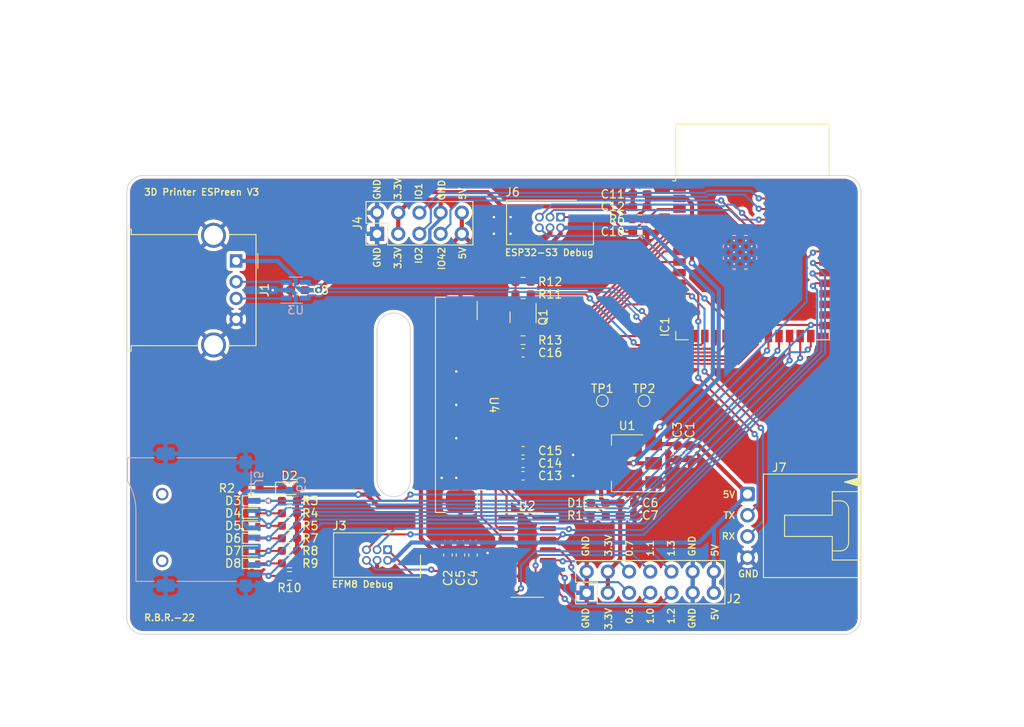
<source format=kicad_pcb>
(kicad_pcb (version 20211014) (generator pcbnew)
  (title_block (title "ESPreen main board") (rev "0") (company "R.B.R."))
  (layers (0 "F.Cu" signal "Front") (31 "B.Cu" signal "Back") (34 "B.Paste" user) (35 "F.Paste" user) (36 "B.SilkS" user "B.Silkscreen") (37 "F.SilkS" user "F.Silkscreen") (38 "B.Mask" user) (39 "F.Mask" user) (44 "Edge.Cuts" user))
  (net 0 "")
  (net 1 "+5V")
  (net 2 "GND")
  (net 3 "+3.3V")
  (net 4 "EN")
  (net 5 "Net-(D1-Pad1)")
  (net 6 "Net-(D2-Pad1)")
  (net 7 "SD_ON")
  (net 8 "SD_D2")
  (net 9 "SD_D3")
  (net 10 "SD_CMD")
  (net 11 "SD_CLK")
  (net 12 "SD_D0")
  (net 13 "SD_D1")
  (net 14 "TFT_D3")
  (net 15 "TFT_D4")
  (net 16 "TFT_D5")
  (net 17 "TFT_D6")
  (net 18 "TXD1")
  (net 19 "RXD1")
  (net 20 "TFT_D7")
  (net 21 "USB_D-")
  (net 22 "USB_D+")
  (net 23 "TFT_D2")
  (net 24 "TFT_RST")
  (net 25 "TFT_WR")
  (net 26 "TFT_RD")
  (net 27 "TFT_CS")
  (net 28 "TFT_BL")
  (net 29 "SD_CD")
  (net 30 "TFT_D{slash}C")
  (net 34 "TCH_TX")
  (net 35 "TCH_RX")
  (net 36 "IO42")
  (net 37 "RXD0")
  (net 38 "TXD0")
  (net 39 "TFT_D1")
  (net 40 "TFT_D0")
  (net 41 "Net-(J1-Pad2)")
  (net 42 "Net-(J1-Pad3)")
  (net 43 "DBG_C2D")
  (net 44 "DBG_C2CK")
  (net 45 "P0.6")
  (net 46 "P1.0")
  (net 47 "P1.2")
  (net 48 "P0.7")
  (net 49 "P1.1")
  (net 50 "P1.3")
  (net 51 "Net-(Q1-Pad1)")
  (net 52 "Net-(Q1-Pad3)")
  (net 53 "Net-(R13-Pad1)")
  (net 54 "TCH_XP")
  (net 55 "TCH_YP")
  (net 56 "TCH_XM")
  (net 57 "TCH_YM")
  (net 60 "IO2")
  (net 61 "IO1")
  (footprint "Connector_PinHeader_1.27mm+:PinHeader_2x03_P1.27mm_Vertical_Shrouded" (layer "F.Cu") (at 160 70 -90)
    (fp_text reference "J6")
    (fp_text value "Conn_02x03_Odd_Even")
  )
  (footprint "Capacitor_SMD:C_0603_1608Metric_Pad1.08x0.95mm_HandSolder" (layer "F.Cu") (at 169.5 67.25 180)
    (fp_text reference "C11")
    (fp_text value "10uF")
  )
  (footprint "Capacitor_SMD:C_0603_1608Metric_Pad1.08x0.95mm_HandSolder" (layer "F.Cu") (at 168 105.75)
    (fp_text reference "C7")
    (fp_text value "10uF")
  )
  (footprint "Resistor_SMD:R_0603_1608Metric_Pad0.98x0.95mm_HandSolder" (layer "F.Cu") (at 155.5 77.75)
    (fp_text reference "R12")
    (fp_text value "10k")
  )
  (footprint "Resistor_SMD:R_0603_1608Metric_Pad0.98x0.95mm_HandSolder" (layer "F.Cu") (at 123 102.5 180)
    (fp_text reference "R2")
    (fp_text value "1k")
  )
  (footprint "Capacitor_SMD:C_0603_1608Metric_Pad1.08x0.95mm_HandSolder" (layer "F.Cu") (at 155.5 86.25)
    (fp_text reference "C16")
    (fp_text value "10uF")
  )
  (footprint "Diode_SMD:D_SOD-523" (layer "F.Cu") (at 123 110)
    (fp_text reference "D7")
    (fp_text value "ESD9B3.3ST5G")
  )
  (footprint "Package_TO_SOT_SMD:SOT-223-3_TabPin2" (layer "F.Cu") (at 168 99.5 180)
    (fp_text reference "U1")
    (fp_text value "LD1117S33TR_SOT223")
  )
  (footprint "Resistor_SMD:R_0603_1608Metric_Pad0.98x0.95mm_HandSolder" (layer "F.Cu") (at 127.5 113 180)
    (fp_text reference "R10")
    (fp_text value "10k")
  )
  (footprint "Diode_SMD:D_SOD-523" (layer "F.Cu") (at 123 107)
    (fp_text reference "D5")
    (fp_text value "ESD9B3.3ST5G")
  )
  (footprint "Capacitor_SMD:C_0603_1608Metric_Pad1.08x0.95mm_HandSolder" (layer "F.Cu") (at 128.5 78.75 180)
    (fp_text reference "C8")
    (fp_text value "100nF")
  )
  (footprint "Capacitor_SMD:C_0603_1608Metric_Pad1.08x0.95mm_HandSolder" (layer "F.Cu") (at 155.5 99.5)
    (fp_text reference "C14")
    (fp_text value "1uF")
  )
  (footprint "RF_Module:ESP32-S3-WROOM-1" (layer "F.Cu") (at 183 71.75)
    (fp_text reference "IC1")
    (fp_text value "ESP32-S3-WROOM-1")
  )
  (footprint "Capacitor_SMD:C_0603_1608Metric_Pad1.08x0.95mm_HandSolder" (layer "F.Cu") (at 155.5 101)
    (fp_text reference "C13")
    (fp_text value "10uF")
  )
  (footprint "Capacitor_SMD:C_0603_1608Metric_Pad1.08x0.95mm_HandSolder" (layer "F.Cu") (at 175.5 98.25 -90)
    (fp_text reference "C1")
    (fp_text value "10uF")
  )
  (footprint "Diode_SMD:D_SOD-523" (layer "F.Cu") (at 123 108.5)
    (fp_text reference "D6")
    (fp_text value "ESD9B3.3ST5G")
  )
  (footprint "Capacitor_SMD:C_0603_1608Metric_Pad1.08x0.95mm_HandSolder" (layer "F.Cu") (at 155.5 98)
    (fp_text reference "C15")
    (fp_text value "100nF")
  )
  (footprint "Resistor_SMD:R_0603_1608Metric_Pad0.98x0.95mm_HandSolder" (layer "F.Cu") (at 127.5 107 180)
    (fp_text reference "R5")
    (fp_text value "10k")
  )
  (footprint "Capacitor_SMD:C_0603_1608Metric_Pad1.08x0.95mm_HandSolder" (layer "F.Cu") (at 169.5 68.75 180)
    (fp_text reference "C12")
    (fp_text value "1uF")
  )
  (footprint "Resistor_SMD:R_0603_1608Metric_Pad0.98x0.95mm_HandSolder" (layer "F.Cu") (at 155.5 84.75)
    (fp_text reference "R13")
    (fp_text value "0")
  )
  (footprint "Resistor_SMD:R_0603_1608Metric_Pad0.98x0.95mm_HandSolder" (layer "F.Cu") (at 169.5 70.25)
    (fp_text reference "R6")
    (fp_text value "10k")
  )
  (footprint "Capacitor_SMD:C_0603_1608Metric_Pad1.08x0.95mm_HandSolder" (layer "F.Cu") (at 174 98.25 -90)
    (fp_text reference "C3")
    (fp_text value "100nF")
  )
  (footprint "Connector_PinHeader_1.27mm+:PinHeader_2x03_P1.27mm_Vertical_Shrouded" (layer "F.Cu") (at 139.27 109.865 -90)
    (fp_text reference "J3")
    (fp_text value "Conn_02x03_Odd_Even")
  )
  (footprint "Package_TO_SOT_SMD:SOT-23" (layer "F.Cu") (at 155.5 82 -90)
    (fp_text reference "Q1")
    (fp_text value "2N7002")
  )
  (footprint "Resistor_SMD:R_0603_1608Metric_Pad0.98x0.95mm_HandSolder" (layer "F.Cu") (at 127.5 105.5 180)
    (fp_text reference "R4")
    (fp_text value "10k")
  )
  (footprint "TestPoint:TestPoint_Pad_D1.0mm" (layer "F.Cu") (at 165 92)
    (fp_text reference "TP1")
    (fp_text value "TestPoint")
  )
  (footprint "Diode_SMD:D_SOD-523" (layer "F.Cu") (at 123 104)
    (fp_text reference "D3")
    (fp_text value "ESD9B3.3ST5G")
  )
  (footprint "Resistor_SMD:R_0603_1608Metric_Pad0.98x0.95mm_HandSolder" (layer "F.Cu") (at 127.5 104 180)
    (fp_text reference "R3")
    (fp_text value "10k")
  )
  (footprint "Resistor_SMD:R_0603_1608Metric_Pad0.98x0.95mm_HandSolder" (layer "F.Cu") (at 127.5 108.5 180)
    (fp_text reference "R7")
    (fp_text value "10k")
  )
  (footprint "Connector_FFC-FPC+:Jushuo-AFC07-S40ECA-00_1x40-1MP_P0.50mm_Horizontal" (layer "F.Cu") (at 148 92.5 -90)
    (fp_text reference "U4")
    (fp_text value "TFT43-RTP")
  )
  (footprint "Package_SO:SOIC-16_3.9x9.9mm_P1.27mm" (layer "F.Cu") (at 156 110.5)
    (fp_text reference "U2")
    (fp_text value "EFM8BB10F8G-A-SOIC16")
  )
  (footprint "Resistor_SMD:R_0603_1608Metric_Pad0.98x0.95mm_HandSolder" (layer "F.Cu") (at 155.5 79.25 180)
    (fp_text reference "R11")
    (fp_text value "470")
  )
  (footprint "Connector_PinHeader_2.54mm:PinHeader_2x07_P2.54mm_Vertical" (layer "F.Cu") (at 163.125 115.025 90)
    (fp_text reference "J2")
    (fp_text value "Conn_02x07_Odd_Even")
  )
  (footprint "Capacitor_SMD:C_0603_1608Metric_Pad1.08x0.95mm_HandSolder" (layer "F.Cu") (at 169.5 71.75)
    (fp_text reference "C10")
    (fp_text value "100nF")
  )
  (footprint "Capacitor_SMD:C_0603_1608Metric_Pad1.08x0.95mm_HandSolder" (layer "F.Cu") (at 148 110.5 90)
    (fp_text reference "C5")
    (fp_text value "1uF")
  )
  (footprint "Resistor_SMD:R_0603_1608Metric_Pad0.98x0.95mm_HandSolder" (layer "F.Cu") (at 127.5 110 180)
    (fp_text reference "R8")
    (fp_text value "10k")
  )
  (footprint "Diode_SMD:D_SOD-523" (layer "F.Cu") (at 123 105.5)
    (fp_text reference "D4")
    (fp_text value "ESD9B3.3ST5G")
  )
  (footprint "Connector_Molex+:Molex_SL_70553-0004_1x04_P2.54mm_Horizontal" (layer "F.Cu") (at 182.4025 103.19 -90)
    (fp_text reference "J7")
    (fp_text value "Conn_01x04")
  )
  (footprint "Connector_PinHeader_2.54mm:PinHeader_2x05_P2.54mm_Vertical" (layer "F.Cu") (at 138 72 90)
    (fp_text reference "J4")
    (fp_text value "Conn_02x05_Odd_Even")
  )
  (footprint "LED_SMD:LED_0603_1608Metric_Pad1.05x0.95mm_HandSolder" (layer "F.Cu") (at 127.5 102.5)
    (fp_text reference "D2")
    (fp_text value "LED")
  )
  (footprint "Capacitor_SMD:C_0603_1608Metric_Pad1.08x0.95mm_HandSolder" (layer "F.Cu") (at 146.5 110.5 90)
    (fp_text reference "C2")
    (fp_text value "4.7uF")
  )
  (footprint "Connector_USB:USB_A_Molex_67643_Horizontal" (layer "F.Cu") (at 121.11 75.25 -90)
    (fp_text reference "J1")
    (fp_text value "USB_A")
  )
  (footprint "Capacitor_SMD:C_0603_1608Metric_Pad1.08x0.95mm_HandSolder" (layer "F.Cu") (at 168 104.25)
    (fp_text reference "C6")
    (fp_text value "100nF")
  )
  (footprint "TestPoint:TestPoint_Pad_D1.0mm" (layer "F.Cu") (at 170 92)
    (fp_text reference "TP2")
    (fp_text value "TestPoint")
  )
  (footprint "Capacitor_SMD:C_0603_1608Metric_Pad1.08x0.95mm_HandSolder" (layer "F.Cu") (at 149.5 110.5 90)
    (fp_text reference "C4")
    (fp_text value "100nF")
  )
  (footprint "Resistor_SMD:R_0603_1608Metric_Pad0.98x0.95mm_HandSolder" (layer "F.Cu") (at 164.5 105.75 180)
    (fp_text reference "R1")
    (fp_text value "1k")
  )
  (footprint "LED_SMD:LED_0603_1608Metric_Pad1.05x0.95mm_HandSolder" (layer "F.Cu") (at 164.5 104.25)
    (fp_text reference "D1")
    (fp_text value "LED")
  )
  (footprint "Resistor_SMD:R_0603_1608Metric_Pad0.98x0.95mm_HandSolder" (layer "F.Cu") (at 127.5 111.5 180)
    (fp_text reference "R9")
    (fp_text value "10k")
  )
  (footprint "Diode_SMD:D_SOD-523" (layer "F.Cu") (at 123 111.5)
    (fp_text reference "D8")
    (fp_text value "ESD9B3.3ST5G")
  )
  (footprint "Capacitor_SMD:C_0603_1608Metric_Pad1.08x0.95mm_HandSolder" (layer "B.Cu") (at 127.5 102 90)
    (fp_text reference "C9")
    (fp_text value "10uF")
  )
  (footprint "Connector_Card+:microSD_XunPu-F115" (layer "B.Cu") (at 115.5 106.25 90)
    (fp_text reference "J5")
    (fp_text value "Micro_SD_Card_Det")
  )
  (footprint "Package_TO_SOT_SMD:SOT-23-6" (layer "B.Cu") (at 128.25 78.75)
    (fp_text reference "U3")
    (fp_text value "USBLC6-2SC6")
  )
  (gr_arc (start 108 67) (mid 108.585786 65.585786) (end 110 65) (layer "Edge.Cuts") (width 0.1))
  (gr_line (start 138 101.5) (end 138 83.5) (layer "Edge.Cuts") (width 0.1))
  (gr_line (start 142 83.5) (end 142 101.5) (layer "Edge.Cuts") (width 0.1))
  (gr_line (start 196 67) (end 196 118) (layer "Edge.Cuts") (width 0.1))
  (gr_arc (start 138 83.5) (mid 140 81.5) (end 142 83.5) (layer "Edge.Cuts") (width 0.1))
  (gr_line (start 194 120) (end 110 120) (layer "Edge.Cuts") (width 0.1))
  (gr_arc (start 110 120) (mid 108.585786 119.414214) (end 108 118) (layer "Edge.Cuts") (width 0.1))
  (gr_line (start 110 65) (end 194 65) (layer "Edge.Cuts") (width 0.1))
  (gr_line (start 108 118) (end 108 67) (layer "Edge.Cuts") (width 0.1))
  (gr_arc (start 142 101.5) (mid 140 103.5) (end 138 101.5) (layer "Edge.Cuts") (width 0.1))
  (gr_arc (start 196 118) (mid 195.414214 119.414214) (end 194 120) (layer "Edge.Cuts") (width 0.1))
  (gr_arc (start 194 65) (mid 195.414214 65.585786) (end 196 67) (layer "Edge.Cuts") (width 0.1))
  (gr_text "3.3V" (at 140.5 68 90) (layer "F.SilkS") (effects (font (size 0.8 0.8)) (justify left)))
  (gr_text "0.6" (at 168.25 116.75 90) (layer "F.SilkS") (effects (font (size 0.8 0.8)) (justify right)))
  (gr_text "R.B.R.-22" (at 110 118) (layer "F.SilkS") (effects (font (size 0.8 0.8)) (justify left)))
  (gr_text "3.3V" (at 140.5 73.5 90) (layer "F.SilkS") (effects (font (size 0.8 0.8)) (justify right)))
  (gr_text "GND" (at 182.5 112.75) (layer "F.SilkS") (effects (font (size 0.8 0.8))))
  (gr_text "IO2" (at 143 73.5 90) (layer "F.SilkS") (effects (font (size 0.8 0.8)) (justify right)))
  (gr_text "0.7" (at 168.25 110.75 90) (layer "F.SilkS") (effects (font (size 0.8 0.8)) (justify left)))
  (gr_text "GND" (at 163 110.75 90) (layer "F.SilkS") (effects (font (size 0.8 0.8)) (justify left)))
  (gr_text "5V" (at 178.5 116.75 90) (layer "F.SilkS") (effects (font (size 0.8 0.8)) (justify right)))
  (gr_text "1.0" (at 170.75 116.75 90) (layer "F.SilkS") (effects (font (size 0.8 0.8)) (justify right)))
  (gr_text "1.1" (at 170.75 110.75 90) (layer "F.SilkS") (effects (font (size 0.8 0.8)) (justify left)))
  (gr_text "GND" (at 163 116.75 90) (layer "F.SilkS") (effects (font (size 0.8 0.8)) (justify right)))
  (gr_text "5V" (at 181 103.25) (layer "F.SilkS") (effects (font (size 0.8 0.8)) (justify right)))
  (gr_text "IO1" (at 143 68 90) (layer "F.SilkS") (effects (font (size 0.8 0.8)) (justify left)))
  (gr_text "3.3V" (at 165.75 110.75 90) (layer "F.SilkS") (effects (font (size 0.8 0.8)) (justify left)))
  (gr_text "3.3V" (at 165.75 116.75 90) (layer "F.SilkS") (effects (font (size 0.8 0.8)) (justify right)))
  (gr_text "GND" (at 138 73.5 90) (layer "F.SilkS") (effects (font (size 0.8 0.8)) (justify right)))
  (gr_text "RX" (at 181 108.25) (layer "F.SilkS") (effects (font (size 0.8 0.8)) (justify right)))
  (gr_text "5V" (at 148.25 68 90) (layer "F.SilkS") (effects (font (size 0.8 0.8)) (justify left)))
  (gr_text "1.2" (at 173.25 116.75 90) (layer "F.SilkS") (effects (font (size 0.8 0.8)) (justify right)))
  (gr_text "GND" (at 175.75 116.75 90) (layer "F.SilkS") (effects (font (size 0.8 0.8)) (justify right)))
  (gr_text "ESP32-S3 Debug" (at 153.25 74.25) (layer "F.SilkS") (effects (font (size 0.8 0.8)) (justify left)))
  (gr_text "EFM8 Debug" (at 132.5 114) (layer "F.SilkS") (effects (font (size 0.8 0.8)) (justify left)))
  (gr_text "GND" (at 145.75 66.75 90) (layer "F.SilkS") (effects (font (size 0.8 0.8))))
  (gr_text "GND" (at 175.75 110.75 90) (layer "F.SilkS") (effects (font (size 0.8 0.8)) (justify left)))
  (gr_text "GND" (at 138 68 90) (layer "F.SilkS") (effects (font (size 0.8 0.8)) (justify left)))
  (gr_text "5V" (at 148.25 73.5 90) (layer "F.SilkS") (effects (font (size 0.8 0.8)) (justify right)))
  (gr_text "5V" (at 178.5 110.75 90) (layer "F.SilkS") (effects (font (size 0.8 0.8)) (justify left)))
  (gr_text "TX" (at 181 105.75) (layer "F.SilkS") (effects (font (size 0.8 0.8)) (justify right)))
  (gr_text "1.3" (at 173.25 110.75 90) (layer "F.SilkS") (effects (font (size 0.8 0.8)) (justify left)))
  (gr_text "3D Printer ESPreen V3" (at 110 67) (layer "F.SilkS") (effects (font (size 0.8 0.8)) (justify left)))
  (gr_text "IO42" (at 145.75 73.5 90) (layer "F.SilkS") (effects (font (size 0.8 0.8)) (justify right)))
  (segment (start 173.8125 97.2) (end 174 97.3875) (width 0.5) (layer "F.Cu") (net 1))
  (segment (start 174 97.3875) (end 175.5 97.3875) (width 0.5) (layer "F.Cu") (net 1))
  (segment (start 176.6 97.3875) (end 182.4025 103.19) (width 0.5) (layer "F.Cu") (net 1))
  (segment (start 131 78.75) (end 135.5 74.25) (width 0.5) (layer "F.Cu") (net 1))
  (segment (start 178.365 112.485) (end 178.365 115.025) (width 0.5) (layer "F.Cu") (net 1))
  (segment (start 171.15 95.898624) (end 171.899312 95.149312) (width 0.5) (layer "F.Cu") (net 1))
  (segment (start 135.5 74.25) (end 145.91 74.25) (width 0.5) (layer "F.Cu") (net 1))
  (segment (start 145.91 74.25) (end 148.16 72) (width 0.5) (layer "F.Cu") (net 1))
  (segment (start 160 71.27) (end 160 72) (width 0.5) (layer "F.Cu") (net 1))
  (segment (start 148.16 69.46) (end 148.16 72) (width 0.5) (layer "F.Cu") (net 1))
  (segment (start 160 72) (end 158.5 73.5) (width 0.5) (layer "F.Cu") (net 1))
  (segment (start 129.3625 78.75) (end 131 78.75) (width 0.5) (layer "F.Cu") (net 1))
  (segment (start 171.15 97.2) (end 171.15 95.898624) (width 0.5) (layer "F.Cu") (net 1))
  (segment (start 158.5 73.5) (end 149.66 73.5) (width 0.5) (layer "F.Cu") (net 1))
  (segment (start 149.66 73.5) (end 148.16 72) (width 0.5) (layer "F.Cu") (net 1))
  (segment (start 171.15 97.2) (end 173.8125 97.2) (width 0.5) (layer "F.Cu") (net 1))
  (segment (start 175.5 97.3875) (end 176.6 97.3875) (width 0.5) (layer "F.Cu") (net 1))
  (via (at 131 78.75) (size 0.8) (drill 0.4) (layers "F.Cu" "B.Cu") (net 1))
  (via (at 171.899312 95.149312) (size 0.8) (drill 0.4) (layers "F.Cu" "B.Cu") (net 1))
  (segment (start 160 71.27) (end 170.27 71.27) (width 0.5) (layer "B.Cu") (net 1))
  (segment (start 128.25 78.173528) (end 128.25 77.426472) (width 0.5) (layer "B.Cu") (net 1))
  (segment (start 139.977106 111.135) (end 139.27 111.135) (width 0.5) (layer "B.Cu") (net 1))
  (segment (start 128.826472 78.75) (end 128.25 78.173528) (width 0.5) (layer "B.Cu") (net 1))
  (segment (start 142.112106 109) (end 139.977106 111.135) (width 0.5) (layer "B.Cu") (net 1))
  (segment (start 129.3875 78.75) (end 128.826472 78.75) (width 0.5) (layer "B.Cu") (net 1))
  (segment (start 178.365 107.2275) (end 176.5925 109) (width 0.5) (layer "B.Cu") (net 1))
  (segment (start 178.365 107.2275) (end 178.365 115.025) (width 0.5) (layer "B.Cu") (net 1))
  (segment (start 182.4025 103.19) (end 178.365 107.2275) (width 0.5) (layer "B.Cu") (net 1))
  (segment (start 176.5925 109) (end 142.112106 109) (width 0.5) (layer "B.Cu") (net 1))
  (segment (start 129.3875 78.75) (end 131 78.75) (width 0.5) (layer "B.Cu") (net 1))
  (segment (start 178.25 88.798624) (end 171.899312 95.149312) (width 0.5) (layer "B.Cu") (net 1))
  (segment (start 128.161764 77.338236) (end 126.073528 75.25) (width 0.5) (layer "B.Cu") (net 1))
  (segment (start 128.25 77.426472) (end 128.161764 77.338236) (width 0.5) (layer "B.Cu") (net 1))
  (segment (start 178.25 79.25) (end 178.25 88.798624) (width 0.5) (layer "B.Cu") (net 1))
  (segment (start 126.073528 75.25) (end 121.11 75.25) (width 0.5) (layer "B.Cu") (net 1))
  (segment (start 170.27 71.27) (end 178.25 79.25) (width 0.5) (layer "B.Cu") (net 1))
  (segment (start 150.5 82.75) (end 149 82.75) (width 0.3) (layer "F.Cu") (net 2))
  (segment (start 158.73 71.977106) (end 158.207106 72.5) (width 0.6) (layer "F.Cu") (net 2))
  (segment (start 158.207106 72.5) (end 154.5 72.5) (width 0.6) (layer "F.Cu") (net 2))
  (segment (start 154.5 72.5) (end 154 72) (width 0.6) (layer "F.Cu") (net 2))
  (segment (start 155.034251 81.0625) (end 156.471751 82.5) (width 0.25) (layer "F.Cu") (net 2))
  (segment (start 150.5 86.75) (end 149.5 86.75) (width 0.3) (layer "F.Cu") (net 2))
  (segment (start 151.25 84.25) (end 150.5 84.25) (width 0.3) (layer "F.Cu") (net 2))
  (segment (start 150.5 94.75) (end 149.5 94.75) (width 0.3) (layer "F.Cu") (net 2))
  (segment (start 138 111.135) (end 138 112.25) (width 0.5) (layer "F.Cu") (net 2))
  (segment (start 154.1125 88.5) (end 156.3625 86.25) (width 0.3) (layer "F.Cu") (net 2))
  (segment (start 150.5 96.25) (end 149.5 96.25) (width 0.3) (layer "F.Cu") (net 2))
  (segment (start 150.5 88.5) (end 150.5 90.25) (width 0.3) (layer "F.Cu") (net 2))
  (segment (start 150.5 88.5) (end 154.1125 88.5) (width 0.3) (layer "F.Cu") (net 2))
  (segment (start 150.5 90.25) (end 151.5 90.25) (width 0.3) (layer "F.Cu") (net 2))
  (segment (start 154.55 81.0625) (end 155.034251 81.0625) (width 0.25) (layer "F.Cu") (net 2))
  (segment (start 150.5 90.25) (end 149.5 90.25) (width 0.3) (layer "F.Cu") (net 2))
  (segment (start 150.5 100.25) (end 152 100.25) (width 0.3) (layer "F.Cu") (net 2))
  (segment (start 150.5 86.75) (end 150.5 88.5) (width 0.3) (layer "F.Cu") (net 2))
  (segment (start 150.5 82.75) (end 151.75 82.75) (width 0.3) (layer "F.Cu") (net 2))
  (segment (start 151.5 86.75) (end 151.75 87) (width 0.3) (layer "F.Cu") (net 2))
  (segment (start 152 100.25) (end 152.25 100.5) (width 0.3) (layer "F.Cu") (net 2))
  (segment (start 158.73 71.27) (end 158.73 71.977106) (width 0.6) (layer "F.Cu") (net 2))
  (segment (start 149.5 86.75) (end 149.25 87) (width 0.3) (layer "F.Cu") (net 2))
  (segment (start 150.5 86.75) (end 151.5 86.75) (width 0.3) (layer "F.Cu") (net 2))
  (segment (start 150.5 100.25) (end 149.5 100.25) (width 0.3) (layer "F.Cu") (net 2))
  (segment (start 151.5 90.25) (end 151.625 90.125) (width 0.3) (layer "F.Cu") (net 2))
  (segment (start 149 82.75) (end 148.75 83) (width 0.3) (layer "F.Cu") (net 2))
  (segment (start 151.75 83.75) (end 151.25 84.25) (width 0.3) (layer "F.Cu") (net 2))
  (via (at 151.25 110.25) (size 0.75) (drill 0.3) (layers "F.Cu" "B.Cu") (net 2))
  (via (at 147.5 101.25) (size 0.75) (drill 0.3) (layers "F.Cu" "B.Cu") (net 2))
  (via (at 147.5 88.5) (size 0.75) (drill 0.3) (layers "F.Cu" "B.Cu") (net 2))
  (via (at 154 72) (size 0.75) (drill 0.3) (layers "F.Cu" "B.Cu") (net 2))
  (via (at 145.75 101.25) (size 0.75) (drill 0.3) (layers "F.Cu" "B.Cu") (net 2))
  (via (at 161.5 101) (size 0.75) (drill 0.3) (layers "F.Cu" "B.Cu") (net 2))
  (via (at 147.5 92.5) (size 0.75) (drill 0.3) (layers "F.Cu" "B.Cu") (net 2))
  (via (at 154 70) (size 0.75) (drill 0.3) (layers "F.Cu" "B.Cu") (net 2))
  (via (at 147.5 96.5) (size 0.75) (drill 0.3) (layers "F.Cu" "B.Cu") (net 2))
  (via (at 152 70) (size 0.75) (drill 0.3) (layers "F.Cu" "B.Cu") (net 2))
  (via (at 152 72) (size 0.75) (drill 0.3) (layers "F.Cu" "B.Cu") (net 2))
  (via (at 161.5 98.5) (size 0.75) (drill 0.3) (layers "F.Cu" "B.Cu") (net 2))
  (via (at 125.5 78.75) (size 0.75) (drill 0.3) (layers "F.Cu" "B.Cu") (net 2))
  (segment (start 145.62 70.202462) (end 144.33 71.492462) (width 0.4) (layer "B.Cu") (net 2))
  (segment (start 145.62 69.46) (end 145.62 70.202462) (width 0.4) (layer "B.Cu") (net 2))
  (segment (start 127.1125 78.75) (end 127.75 78.75) (width 0.5) (layer "B.Cu") (net 2))
  (segment (start 144.33 71.492462) (end 144.33 73.17) (width 0.4) (layer "B.Cu") (net 2))
  (segment (start 128.25 79.25) (end 128.25 80.5) (width 0.5) (layer "B.Cu") (net 2))
  (segment (start 127.75 78.75) (end 128.25 79.25) (width 0.5) (layer "B.Cu") (net 2))
  (segment (start 170.3625 68.75) (end 170.3625 67.25) (width 0.5) (layer "F.Cu") (net 3))
  (segment (start 146.875 86.125) (end 149.5 83.5) (width 0.5) (layer "F.Cu") (net 3))
  (segment (start 128.4125 104) (end 128.4125 113) (width 0.5) (layer "F.Cu") (net 3))
  (segment (start 167.1375 105.75) (end 167.1375 111.0125) (width 0.5) (layer "F.Cu") (net 3))
  (segment (start 175.08 67.76) (end 174.25 67.76) (width 0.5) (layer "F.Cu") (net 3))
  (segment (start 154.6375 101) (end 154.6375 98) (width 0.5) (layer "F.Cu") (net 3))
  (segment (start 170.3625 68.75) (end 170.3625 68.27) (width 0.5) (layer "F.Cu") (net 3))
  (segment (start 150.5 86.25) (end 147 86.25) (width 0.3) (layer "F.Cu") (net 3))
  (segment (start 164.85 92.15) (end 165 92) (width 0.5) (layer "F.Cu") (net 3))
  (segment (start 165.375 104.25) (end 167.1375 104.25) (width 0.5) (layer "F.Cu") (net 3))
  (segment (start 151.25 67) (end 152.95625 68.70625) (width 0.5) (layer "F.Cu") (net 3))
  (segment (start 167.25 70.25) (end 168.5875 70.25) (width 0.5) (layer "F.Cu") (net 3))
  (segment (start 154.6375 98) (end 155.5625 97.075) (width 0.5) (layer "F.Cu") (net 3))
  (segment (start 171.15 99.5) (end 164.85 99.5) (width 0.5) (layer "F.Cu") (net 3))
  (segment (start 149.5 111.3625) (end 152.1375 111.3625) (width 0.5) (layer "F.Cu") (net 3))
  (segment (start 143.25 104.5) (end 143.175 104.575) (width 0.5) (layer "F.Cu") (net 3))
  (segment (start 140.54 69.46) (end 143 67) (width 0.5) (layer "F.Cu") (net 3))
  (segment (start 146.1125 111.3625) (end 146.5 111.3625) (width 0.5) (layer "F.Cu") (net 3))
  (segment (start 146.5 111.3625) (end 149.5 111.3625) (width 0.5) (layer "F.Cu") (net 3))
  (segment (start 150.75 99.5) (end 150.5 99.5) (width 0.5) (layer "F.Cu") (net 3))
  (segment (start 164.85 99.5) (end 164.85 92.15) (width 0.5) (layer "F.Cu") (net 3))
  (segment (start 150.5 99.25) (end 150.5 99.5) (width 0.3) (layer "F.Cu") (net 3))
  (segment (start 144.75 99.5) (end 143.25 101) (width 0.5) (layer "F.Cu") (net 3))
  (segment (start 138.075 104.575) (end 136.75 103.25) (width 0.5) (layer "F.Cu") (net 3))
  (segment (start 152.1375 111.3625) (end 152.365 111.135) (width 0.5) (layer "F.Cu") (net 3))
  (segment (start 150.75 99.5) (end 144.75 99.5) (width 0.5) (layer "F.Cu") (net 3))
  (segment (start 164.85 99.5) (end 164.85 103.725) (width 0.5) (layer "F.Cu") (net 3))
  (segment (start 129.1625 103.25) (end 128.4125 104) (width 0.5) (layer "F.Cu") (net 3))
  (segment (start 165.665 112.485) (end 165.665 115.025) (width 0.5) (layer "F.Cu") (net 3))
  (segment (start 140.54 69.46) (end 140.54 72) (width 0.5) (layer "F.Cu") (net 3))
  (segment (start 149.5 83.5) (end 150.5 83.5) (width 0.5) (layer "F.Cu") (net 3))
  (segment (start 144.75 99.5) (end 144.75 88.25) (width 0.5) (layer "F.Cu") (net 3))
  (segment (start 143.25 101) (end 143.25 104.5) (width 0.5) (layer "F.Cu") (net 3))
  (segment (start 150.5 86.25) (end 154.6375 86.25) (width 0.3) (layer "F.Cu") (net 3))
  (segment (start 167.1375 111.0125) (end 165.665 112.485) (width 0.5) (layer "F.Cu") (net 3))
  (segment (start 168.8625 70.25) (end 168.5875 70.25) (width 0.5) (layer "F.Cu") (net 3))
  (segment (start 170.3625 68.75) (end 168.8625 70.25) (width 0.5) (layer "F.Cu") (net 3))
  (segment (start 165.70625 68.70625) (end 167.25 70.25) (width 0.5) (layer "F.Cu") (net 3))
  (segment (start 143.175 104.575) (end 138.075 104.575) (width 0.5) (layer "F.Cu") (net 3))
  (segment (start 143.25 108.5) (end 146.1125 111.3625) (width 0.5) (layer "F.Cu") (net 3))
  (segment (start 147 86.25) (end 146.875 86.125) (width 0.3) (layer "F.Cu") (net 3))
  (segment (start 155.5625 97.075) (end 162.425 97.075) (width 0.5) (layer "F.Cu") (net 3))
  (segment (start 167.1375 104.25) (end 167.1375 105.75) (width 0.5) (layer "F.Cu") (net 3))
  (segment (start 144.75 88.25) (end 146.875 86.125) (width 0.5) (layer "F.Cu") (net 3))
  (segment (start 143 67) (end 151.25 67) (width 0.5) (layer "F.Cu") (net 3))
  (segment (start 175.75 68.43) (end 175.08 67.76) (width 0.5) (layer "F.Cu") (net 3))
  (segment (start 150.5 99.75) (end 150.5 99.5) (width 0.3) (layer "F.Cu") (net 3))
  (segment (start 136.75 103.25) (end 135.75 103.25) (width 0.5) (layer "F.Cu") (net 3))
  (segment (start 170.8725 67.76) (end 170.3625 67.25) (width 0.5) (layer "F.Cu") (net 3))
  (segment (start 162.425 97.075) (end 164.85 99.5) (width 0.5) (layer "F.Cu") (net 3))
  (segment (start 154.6375 99.5) (end 150.75 99.5) (width 0.5) (layer "F.Cu") (net 3))
  (segment (start 152.95625 68.70625) (end 165.70625 68.70625) (width 0.5) (layer "F.Cu") (net 3))
  (segment (start 152.365 111.135) (end 153.525 111.135) (width 0.5) (layer "F.Cu") (net 3))
  (segment (start 135.75 103.25) (end 129.1625 103.25) (width 0.5) (layer "F.Cu") (net 3))
  (segment (start 174.25 67.76) (end 170.8725 67.76) (width 0.5) (layer "F.Cu") (net 3))
  (segment (start 143.25 104.5) (end 143.25 108.5) (width 0.5) (layer "F.Cu") (net 3))
  (segment (start 175.75 75.5) (end 175.75 68.43) (width 0.5) (layer "F.Cu") (net 3))
  (segment (start 170.3625 68.27) (end 170.8725 67.76) (width 0.5) (layer "F.Cu") (net 3))
  (segment (start 164.85 103.725) (end 165.375 104.25) (width 0.5) (layer "F.Cu") (net 3))
  (via (at 168.75 99.5) (size 0.8) (drill 0.4) (layers "F.Cu" "B.Cu") (net 3))
  (via (at 135.75 103.25) (size 0.8) (drill 0.4) (layers "F.Cu" "B.Cu") (net 3))
  (via (at 175.75 75.5) (size 0.8) (drill 0.4) (layers "F.Cu" "B.Cu") (net 3))
  (segment (start 178.949501 89.300499) (end 168.75 99.5) (width 0.5) (layer "B.Cu") (net 3))
  (segment (start 127.8875 103.25) (end 135.75 103.25) (width 0.5) (layer "B.Cu") (net 3))
  (segment (start 122.55 107.3) (end 121.75 106.5) (width 0.5) (layer "B.Cu") (net 3))
  (segment (start 178.949501 78.699501) (end 178.949501 89.300499) (width 0.5) (layer "B.Cu") (net 3))
  (segment (start 121.75 106.5) (end 121.75 103.5) (width 0.5) (layer "B.Cu") (net 3))
  (segment (start 127.5 102.8625) (end 127.8875 103.25) (width 0.5) (layer "B.Cu") (net 3))
  (segment (start 121.75 103.5) (end 122.3875 102.8625) (width 0.5) (layer "B.Cu") (net 3))
  (segment (start 122.3875 102.8625) (end 127.5 102.8625) (width 0.5) (layer "B.Cu") (net 3))
  (segment (start 175.75 75.5) (end 178.949501 78.699501) (width 0.5) (layer "B.Cu") (net 3))
  (segment (start 123.25 107.3) (end 122.55 107.3) (width 0.5) (layer "B.Cu") (net 3))
  (segment (start 170.4125 70.25) (end 170.1375 70.25) (width 0.25) (layer "F.Cu") (net 4))
  (segment (start 166 70) (end 160 70) (width 0.25) (layer "F.Cu") (net 4))
  (segment (start 168.6375 71.75) (end 167.75 71.75) (width 0.25) (layer "F.Cu") (net 4))
  (segment (start 170.1375 70.25) (end 168.6375 71.75) (width 0.25) (layer "F.Cu") (net 4))
  (segment (start 174.25 69.03) (end 171.6325 69.03) (width 0.25) (layer "F.Cu") (net 4))
  (segment (start 170.4125 70.25) (end 171.6325 69.03) (width 0.25) (layer "F.Cu") (net 4))
  (segment (start 167.75 71.75) (end 166 70) (width 0.25) (layer "F.Cu") (net 4))
  (segment (start 163.625 104.25) (end 163.9125 104.25) (width 0.25) (layer "F.Cu") (net 5))
  (segment (start 163.9125 104.25) (end 165.4125 105.75) (width 0.25) (layer "F.Cu") (net 5))
  (segment (start 126.625 102.5) (end 123.9125 102.5) (width 0.25) (layer "F.Cu") (net 6))
  (segment (start 142 103.25) (end 141.25 104) (width 0.25) (layer "F.Cu") (net 7))
  (segment (start 138.5 104) (end 137 102.5) (width 0.25) (layer "F.Cu") (net 7))
  (segment (start 137 102.5) (end 128.375 102.5) (width 0.25) (layer "F.Cu") (net 7))
  (segment (start 141.25 104) (end 138.5 104) (width 0.25) (layer "F.Cu") (net 7))
  (segment (start 190.39 74.11) (end 191.75 74.11) (width 0.25) (layer "F.Cu") (net 7))
  (segment (start 190.25 74.25) (end 190.39 74.11) (width 0.25) (layer "F.Cu") (net 7))
  (via (at 142 103.25) (size 0.75) (drill 0.3) (layers "F.Cu" "B.Cu") (net 7))
  (via (at 190.25 74.25) (size 0.75) (drill 0.3) (layers "F.Cu" "B.Cu") (net 7))
  (segment (start 166.375 103.25) (end 189.5 80.125) (width 0.25) (layer "B.Cu") (net 7))
  (segment (start 189.5 75) (end 190.25 74.25) (width 0.25) (layer "B.Cu") (net 7))
  (segment (start 142 103.25) (end 166.375 103.25) (width 0.25) (layer "B.Cu") (net 7))
  (segment (start 189.5 80.125) (end 189.5 75) (width 0.25) (layer "B.Cu") (net 7))
  (segment (start 184.905 84.25) (end 184.905 85.845) (width 0.25) (layer "F.Cu") (net 8))
  (segment (start 126.5875 104) (end 125 104) (width 0.25) (layer "F.Cu") (net 8))
  (segment (start 184.905 85.845) (end 184.75 86) (width 0.25) (layer "F.Cu") (net 8))
  (segment (start 123.7 104) (end 125 104) (width 0.25) (layer "F.Cu") (net 8))
  (via (at 184.75 86) (size 0.75) (drill 0.3) (layers "F.Cu" "B.Cu") (net 8))
  (via (at 125 104) (size 0.75) (drill 0.3) (layers "F.Cu" "B.Cu") (net 8))
  (segment (start 131 104) (end 166.75 104) (width 0.25) (layer "B.Cu") (net 8))
  (segment (start 123.25 104) (end 131 104) (width 0.25) (layer "B.Cu") (net 8))
  (segment (start 166.75 104) (end 184.75 86) (width 0.25) (layer "B.Cu") (net 8))
  (segment (start 123.7 105.5) (end 125 105.5) (width 0.25) (layer "F.Cu") (net 9))
  (segment (start 125 105.5) (end 126.5875 105.5) (width 0.25) (layer "F.Cu") (net 9))
  (segment (start 186.175 85.825) (end 186 86) (width 0.25) (layer "F.Cu") (net 9))
  (segment (start 186.175 84.25) (end 186.175 85.825) (width 0.25) (layer "F.Cu") (net 9))
  (via (at 186 86) (size 0.75) (drill 0.3) (layers "F.Cu" "B.Cu") (net 9))
  (via (at 125 105.5) (size 0.75) (drill 0.3) (layers "F.Cu" "B.Cu") (net 9))
  (segment (start 123.25 105.1) (end 124.6 105.1) (width 0.25) (layer "B.Cu") (net 9))
  (segment (start 167.55 104.45) (end 186 86) (width 0.25) (layer "B.Cu") (net 9))
  (segment (start 125 105.5) (end 126.05 104.45) (width 0.25) (layer "B.Cu") (net 9))
  (segment (start 124.6 105.1) (end 125 105.5) (width 0.25) (layer "B.Cu") (net 9))
  (segment (start 126.05 104.45) (end 167.55 104.45) (width 0.25) (layer "B.Cu") (net 9))
  (segment (start 190.0005 82.925498) (end 180.425498 82.925498) (width 0.25) (layer "F.Cu") (net 10))
  (segment (start 191.675498 82.925498) (end 191.75 83) (width 0.25) (layer "F.Cu") (net 10))
  (segment (start 125 107) (end 126.5875 107) (width 0.25) (layer "F.Cu") (net 10))
  (segment (start 180.425498 82.925498) (end 177.25 79.75) (width 0.25) (layer "F.Cu") (net 10))
  (segment (start 123.7 107) (end 125 107) (width 0.25) (layer "F.Cu") (net 10))
  (segment (start 190.0005 82.925498) (end 191.675498 82.925498) (width 0.25) (layer "F.Cu") (net 10))
  (via (at 190.0005 82.925498) (size 0.75) (drill 0.3) (layers "F.Cu" "B.Cu") (net 10))
  (via (at 125 107) (size 0.75) (drill 0.3) (layers "F.Cu" "B.Cu") (net 10))
  (via (at 177.25 79.75) (size 0.75) (drill 0.3) (layers "F.Cu" "B.Cu") (net 10))
  (segment (start 123.25 106.2) (end 124.2 106.2) (width 0.25) (layer "B.Cu") (net 10))
  (segment (start 124.2 106.2) (end 125 107) (width 0.25) (layer "B.Cu") (net 10))
  (segment (start 125 107) (end 127.1 104.9) (width 0.25) (layer "B.Cu") (net 10))
  (segment (start 177.25 79.75) (end 169.75 72.25) (width 0.25) (layer "B.Cu") (net 10))
  (segment (start 158.44 72.25) (end 157.46 71.27) (width 0.25) (layer "B.Cu") (net 10))
  (segment (start 127.1 104.9) (end 168.08995 104.9) (width 0.25) (layer "B.Cu") (net 10))
  (segment (start 169.75 72.25) (end 158.44 72.25) (width 0.25) (layer "B.Cu") (net 10))
  (segment (start 168.08995 104.9) (end 190.0005 82.98945) (width 0.25) (layer "B.Cu") (net 10))
  (segment (start 190.0005 82.98945) (end 190.0005 82.925498) (width 0.25) (layer "B.Cu") (net 10))
  (segment (start 189.625 85.875) (end 189.985 85.515) (width 0.25) (layer "F.Cu") (net 11))
  (segment (start 123.7 108.5) (end 125 108.5) (width 0.25) (layer "F.Cu") (net 11))
  (segment (start 125 108.5) (end 126.5875 108.5) (width 0.25) (layer "F.Cu") (net 11))
  (segment (start 189.985 85.515) (end 189.985 84.25) (width 0.25) (layer "F.Cu") (net 11))
  (via (at 189.625 85.875) (size 0.75) (drill 0.3) (layers "F.Cu" "B.Cu") (net 11))
  (via (at 125 108.5) (size 0.75) (drill 0.3) (layers "F.Cu" "B.Cu") (net 11))
  (segment (start 125 108.5) (end 128.15 105.35) (width 0.25) (layer "B.Cu") (net 11))
  (segment (start 128.15 105.35) (end 168.276346 105.35) (width 0.25) (layer "B.Cu") (net 11))
  (segment (start 123.25 108.4) (end 124.9 108.4) (width 0.25) (layer "B.Cu") (net 11))
  (segment (start 187.435806 86.19054) (end 189.30946 86.19054) (width 0.25) (layer "B.Cu") (net 11))
  (segment (start 124.9 108.4) (end 125 108.5) (width 0.25) (layer "B.Cu") (net 11))
  (segment (start 168.276346 105.35) (end 187.435806 86.19054) (width 0.25) (layer "B.Cu") (net 11))
  (segment (start 189.30946 86.19054) (end 189.625 85.875) (width 0.25) (layer "B.Cu") (net 11))
  (segment (start 123.7 110) (end 125 110) (width 0.25) (layer "F.Cu") (net 12))
  (segment (start 187.445 87.17059) (end 187.445 84.25) (width 0.25) (layer "F.Cu") (net 12))
  (segment (start 125 110) (end 126.5875 110) (width 0.25) (layer "F.Cu") (net 12))
  (via (at 125 110) (size 0.75) (drill 0.3) (layers "F.Cu" "B.Cu") (net 12))
  (via (at 187.445 87.17059) (size 0.75) (drill 0.3) (layers "F.Cu" "B.Cu") (net 12))
  (segment (start 129.2 105.8) (end 168.81559 105.8) (width 0.25) (layer "B.Cu") (net 12))
  (segment (start 125 110) (end 129.2 105.8) (width 0.25) (layer "B.Cu") (net 12))
  (segment (start 123.25 110.6) (end 124.4 110.6) (width 0.25) (layer "B.Cu") (net 12))
  (segment (start 168.81559 105.8) (end 187.445 87.17059) (width 0.25) (layer "B.Cu") (net 12))
  (segment (start 124.4 110.6) (end 125 110) (width 0.25) (layer "B.Cu") (net 12))
  (segment (start 188.715 84.25) (end 188.715 86.89054) (width 0.25) (layer "F.Cu") (net 13))
  (segment (start 123.7 111.5) (end 125 111.5) (width 0.25) (layer "F.Cu") (net 13))
  (segment (start 125 111.5) (end 126.5875 111.5) (width 0.25) (layer "F.Cu") (net 13))
  (via (at 188.715 86.89054) (size 0.75) (drill 0.3) (layers "F.Cu" "B.Cu") (net 13))
  (via (at 125 111.5) (size 0.75) (drill 0.3) (layers "F.Cu" "B.Cu") (net 13))
  (segment (start 130.25 106.25) (end 169.35554 106.25) (width 0.25) (layer "B.Cu") (net 13))
  (segment (start 124.8 111.7) (end 125 111.5) (width 0.25) (layer "B.Cu") (net 13))
  (segment (start 123.25 111.7) (end 124.8 111.7) (width 0.25) (layer "B.Cu") (net 13))
  (segment (start 169.35554 106.25) (end 188.715 86.89054) (width 0.25) (layer "B.Cu") (net 13))
  (segment (start 125 111.5) (end 130.25 106.25) (width 0.25) (layer "B.Cu") (net 13))
  (segment (start 171.769188 75.38) (end 174.25 75.38) (width 0.25) (layer "F.Cu") (net 14))
  (segment (start 154.399188 92.75) (end 171.769188 75.38) (width 0.25) (layer "F.Cu") (net 14))
  (segment (start 150.5 92.75) (end 154.399188 92.75) (width 0.25) (layer "F.Cu") (net 14))
  (segment (start 172.402792 74.11) (end 174.25 74.11) (width 0.25) (layer "F.Cu") (net 15))
  (segment (start 154.262792 92.25) (end 172.402792 74.11) (width 0.25) (layer "F.Cu") (net 15))
  (segment (start 150.5 92.25) (end 154.262792 92.25) (width 0.25) (layer "F.Cu") (net 15))
  (segment (start 174.25 72.84) (end 173.036396 72.84) (width 0.25) (layer "F.Cu") (net 16))
  (segment (start 173.036396 72.84) (end 154.126396 91.75) (width 0.25) (layer "F.Cu") (net 16))
  (segment (start 154.126396 91.75) (end 150.5 91.75) (width 0.25) (layer "F.Cu") (net 16))
  (segment (start 150.5 91.25) (end 153.99 91.25) (width 0.25) (layer "F.Cu") (net 17))
  (segment (start 173.67 71.57) (end 174.25 71.57) (width 0.25) (layer "F.Cu") (net 17))
  (segment (start 153.99 91.25) (end 173.67 71.57) (width 0.25) (layer "F.Cu") (net 17))
  (segment (start 176.5 82.5) (end 176.5 79.25) (width 0.25) (layer "F.Cu") (net 18))
  (segment (start 175.17 77.92) (end 174.25 77.92) (width 0.25) (layer "F.Cu") (net 18))
  (segment (start 183.25 96) (end 176.5 89.25) (width 0.25) (layer "F.Cu") (net 18))
  (segment (start 176.5 79.25) (end 175.17 77.92) (width 0.25) (layer "F.Cu") (net 18))
  (via (at 183.25 96) (size 0.75) (drill 0.3) (layers "F.Cu" "B.Cu") (net 18))
  (via (at 176.5 82.5) (size 0.75) (drill 0.3) (layers "F.Cu" "B.Cu") (net 18))
  (via (at 176.5 89.25) (size 0.75) (drill 0.3) (layers "F.Cu" "B.Cu") (net 18))
  (segment (start 183.25 96) (end 183.5975 96.3475) (width 0.25) (layer "B.Cu") (net 18))
  (segment (start 176.5 89.25) (end 176.5 82.5) (width 0.25) (layer "B.Cu") (net 18))
  (segment (start 183.5975 96.3475) (end 183.5975 104.535) (width 0.25) (layer "B.Cu") (net 18))
  (segment (start 183.5975 104.535) (end 182.4025 105.73) (width 0.25) (layer "B.Cu") (net 18))
  (segment (start 184 95.25) (end 177.25 88.5) (width 0.25) (layer "F.Cu") (net 19))
  (segment (start 175.44 79.19) (end 175.75 79.5) (width 0.25) (layer "F.Cu") (net 19))
  (segment (start 174.25 79.19) (end 175.44 79.19) (width 0.25) (layer "F.Cu") (net 19))
  (via (at 184 95.25) (size 0.75) (drill 0.3) (layers "F.Cu" "B.Cu") (net 19))
  (via (at 177.25 88.5) (size 0.75) (drill 0.3) (layers "F.Cu" "B.Cu") (net 19))
  (via (at 175.75 79.5) (size 0.75) (drill 0.3) (layers "F.Cu" "B.Cu") (net 19))
  (segment (start 184.25 95.5) (end 184.25 106.4225) (width 0.25) (layer "B.Cu") (net 19))
  (segment (start 177.25 81) (end 177.25 88.5) (width 0.25) (layer "B.Cu") (net 19))
  (segment (start 184 95.25) (end 184.25 95.5) (width 0.25) (layer "B.Cu") (net 19))
  (segment (start 184.25 106.4225) (end 182.4025 108.27) (width 0.25) (layer "B.Cu") (net 19))
  (segment (start 175.75 79.5) (end 177.25 81) (width 0.25) (layer "B.Cu") (net 19))
  (segment (start 172.725 71.025) (end 173.45 70.3) (width 0.25) (layer "F.Cu") (net 20))
  (segment (start 150.5 90.75) (end 153.853604 90.75) (width 0.25) (layer "F.Cu") (net 20))
  (segment (start 153.853604 90.75) (end 172.725 71.878604) (width 0.25) (layer "F.Cu") (net 20))
  (segment (start 172.725 71.878604) (end 172.725 71.025) (width 0.25) (layer "F.Cu") (net 20))
  (segment (start 173.45 70.3) (end 174.25 70.3) (width 0.25) (layer "F.Cu") (net 20))
  (segment (start 172.714999 82.14) (end 173.124999 81.73) (width 0.2) (layer "F.Cu") (net 21))
  (segment (start 170.64 82.14) (end 172.714999 82.14) (width 0.2) (layer "F.Cu") (net 21))
  (segment (start 169.75 81.25) (end 170.64 82.14) (width 0.2) (layer "F.Cu") (net 21))
  (segment (start 173.124999 81.73) (end 174.25 81.73) (width 0.2) (layer "F.Cu") (net 21))
  (via (at 169.75 81.25) (size 0.75) (drill 0.3) (layers "F.Cu" "B.Cu") (net 21))
  (segment (start 166.593199 78.524999) (end 131.764949 78.524999) (width 0.2) (layer "B.Cu") (net 21))
  (segment (start 131.28995 78.05) (end 130.71005 78.05) (width 0.2) (layer "B.Cu") (net 21))
  (segment (start 169.3182 81.25) (end 166.593199 78.524999) (width 0.2) (layer "B.Cu") (net 21))
  (segment (start 169.75 81.25) (end 169.3182 81.25) (width 0.2) (layer "B.Cu") (net 21))
  (segment (start 130.61005 78.15) (end 129.7375 78.15) (width 0.2) (layer "B.Cu") (net 21))
  (segment (start 130.71005 78.05) (end 130.61005 78.15) (width 0.2) (layer "B.Cu") (net 21))
  (segment (start 131.764949 78.524999) (end 131.28995 78.05) (width 0.2) (layer "B.Cu") (net 21))
  (segment (start 129.7375 78.15) (end 129.3875 77.8) (width 0.2) (layer "B.Cu") (net 21))
  (segment (start 169.7472 82.59) (end 172.714999 82.59) (width 0.2) (layer "F.Cu") (net 22))
  (segment (start 173.124999 83) (end 174.25 83) (width 0.2) (layer "F.Cu") (net 22))
  (segment (start 169.0786 81.9214) (end 169.7472 82.59) (width 0.2) (layer "F.Cu") (net 22))
  (segment (start 172.714999 82.59) (end 173.124999 83) (width 0.2) (layer "F.Cu") (net 22))
  (via (at 169.0786 81.9214) (size 0.75) (drill 0.3) (layers "F.Cu" "B.Cu") (net 22))
  (segment (start 131.764949 78.975001) (end 131.28995 79.45) (width 0.2) (layer "B.Cu") (net 22))
  (segment (start 166.406801 78.975001) (end 131.764949 78.975001) (width 0.2) (layer "B.Cu") (net 22))
  (segment (start 130.61005 79.35) (end 129.7375 79.35) (width 0.2) (layer "B.Cu") (net 22))
  (segment (start 130.71005 79.45) (end 130.61005 79.35) (width 0.2) (layer "B.Cu") (net 22))
  (segment (start 169.0786 81.9214) (end 169.0786 81.6468) (width 0.2) (layer "B.Cu") (net 22))
  (segment (start 129.7375 79.35) (end 129.3875 79.7) (width 0.2) (layer "B.Cu") (net 22))
  (segment (start 131.28995 79.45) (end 130.71005 79.45) (width 0.2) (layer "B.Cu") (net 22))
  (segment (start 169.0786 81.6468) (end 166.406801 78.975001) (width 0.2) (layer "B.Cu") (net 22))
  (segment (start 154.535584 93.25) (end 171.135584 76.65) (width 0.25) (layer "F.Cu") (net 23))
  (segment (start 171.135584 76.65) (end 174.25 76.65) (width 0.25) (layer "F.Cu") (net 23))
  (segment (start 150.5 93.25) (end 154.535584 93.25) (width 0.25) (layer "F.Cu") (net 23))
  (segment (start 178.03 85.775) (end 178.555 85.25) (width 0.25) (layer "F.Cu") (net 24))
  (segment (start 150.5 95.25) (end 151.190685 95.25) (width 0.25) (layer "F.Cu") (net 24))
  (segment (start 163.919772 85.775) (end 178.03 85.775) (width 0.25) (layer "F.Cu") (net 24))
  (segment (start 154.994772 94.7) (end 163.919772 85.775) (width 0.25) (layer "F.Cu") (net 24))
  (segment (start 151.190685 95.25) (end 151.740685 94.7) (width 0.25) (layer "F.Cu") (net 24))
  (segment (start 178.555 85.25) (end 178.555 84.25) (width 0.25) (layer "F.Cu") (net 24))
  (segment (start 151.740685 94.7) (end 154.994772 94.7) (width 0.25) (layer "F.Cu") (net 24))
  (segment (start 179.67 86.675) (end 181.095 85.25) (width 0.25) (layer "F.Cu") (net 25))
  (segment (start 152.977081 95.6) (end 155.367564 95.6) (width 0.25) (layer "F.Cu") (net 25))
  (segment (start 181.095 85.25) (end 181.095 84.25) (width 0.25) (layer "F.Cu") (net 25))
  (segment (start 151.327081 97.25) (end 152.977081 95.6) (width 0.25) (layer "F.Cu") (net 25))
  (segment (start 155.367564 95.6) (end 164.292564 86.675) (width 0.25) (layer "F.Cu") (net 25))
  (segment (start 164.292564 86.675) (end 179.67 86.675) (width 0.25) (layer "F.Cu") (net 25))
  (segment (start 150.5 97.25) (end 151.327081 97.25) (width 0.25) (layer "F.Cu") (net 25))
  (segment (start 179.825 85.25) (end 179.825 84.25) (width 0.25) (layer "F.Cu") (net 26))
  (segment (start 155.181168 95.15) (end 164.106168 86.225) (width 0.25) (layer "F.Cu") (net 26))
  (segment (start 164.106168 86.225) (end 178.85 86.225) (width 0.25) (layer "F.Cu") (net 26))
  (segment (start 152.790685 95.15) (end 155.181168 95.15) (width 0.25) (layer "F.Cu") (net 26))
  (segment (start 151.190685 96.75) (end 152.790685 95.15) (width 0.25) (layer "F.Cu") (net 26))
  (segment (start 150.5 96.75) (end 151.190685 96.75) (width 0.25) (layer "F.Cu") (net 26))
  (segment (start 178.85 86.225) (end 179.825 85.25) (width 0.25) (layer "F.Cu") (net 26))
  (segment (start 153.349873 96.5) (end 155.740356 96.5) (width 0.25) (layer "F.Cu") (net 27))
  (segment (start 181.31 87.575) (end 183.635 85.25) (width 0.25) (layer "F.Cu") (net 27))
  (segment (start 150.5 98.25) (end 151.599873 98.25) (width 0.25) (layer "F.Cu") (net 27))
  (segment (start 183.635 85.25) (end 183.635 84.25) (width 0.25) (layer "F.Cu") (net 27))
  (segment (start 151.599873 98.25) (end 153.349873 96.5) (width 0.25) (layer "F.Cu") (net 27))
  (segment (start 155.740356 96.5) (end 164.665356 87.575) (width 0.25) (layer "F.Cu") (net 27))
  (segment (start 164.665356 87.575) (end 181.31 87.575) (width 0.25) (layer "F.Cu") (net 27))
  (segment (start 163.5 79.75) (end 163 79.25) (width 0.25) (layer "F.Cu") (net 28))
  (segment (start 176.79 85.325) (end 177.285 84.83) (width 0.25) (layer "F.Cu") (net 28))
  (segment (start 168.75 85) (end 169.075 85.325) (width 0.25) (layer "F.Cu") (net 28))
  (segment (start 169.075 85.325) (end 176.79 85.325) (width 0.25) (layer "F.Cu") (net 28))
  (segment (start 163 79.25) (end 156.4125 79.25) (width 0.25) (layer "F.Cu") (net 28))
  (segment (start 177.285 84.83) (end 177.285 84.25) (width 0.25) (layer "F.Cu") (net 28))
  (via (at 163.5 79.75) (size 0.75) (drill 0.3) (layers "F.Cu" "B.Cu") (net 28))
  (via (at 168.75 85) (size 0.75) (drill 0.3) (layers "F.Cu" "B.Cu") (net 28))
  (segment (start 168.75 85) (end 163.5 79.75) (width 0.25) (layer "B.Cu") (net 28))
  (segment (start 190.25 78.25) (end 190.58 77.92) (width 0.25) (layer "F.Cu") (net 29))
  (segment (start 190.58 77.92) (end 191.75 77.92) (width 0.25) (layer "F.Cu") (net 29))
  (segment (start 126.5875 113) (end 125 113) (width 0.25) (layer "F.Cu") (net 29))
  (via (at 190.25 78.25) (size 0.75) (drill 0.3) (layers "F.Cu" "B.Cu") (net 29))
  (via (at 125 113) (size 0.75) (drill 0.3) (layers "F.Cu" "B.Cu") (net 29))
  (segment (start 190.75 86) (end 190.75 78.75) (width 0.25) (layer "B.Cu") (net 29))
  (segment (start 123.25 112.8) (end 124.8 112.8) (width 0.25) (layer "B.Cu") (net 29))
  (segment (start 125 113) (end 131.3 106.7) (width 0.25) (layer "B.Cu") (net 29))
  (segment (start 170.05 106.7) (end 190.75 86) (width 0.25) (layer "B.Cu") (net 29))
  (segment (start 190.75 78.75) (end 190.25 78.25) (width 0.25) (layer "B.Cu") (net 29))
  (segment (start 131.3 106.7) (end 170.05 106.7) (width 0.25) (layer "B.Cu") (net 29))
  (segment (start 124.8 112.8) (end 125 113) (width 0.25) (layer "B.Cu") (net 29))
  (segment (start 151.463477 97.75) (end 153.163477 96.05) (width 0.25) (layer "F.Cu") (net 30))
  (segment (start 182.365 85.25) (end 182.365 84.25) (width 0.25) (layer "F.Cu") (net 30))
  (segment (start 180.49 87.125) (end 182.365 85.25) (width 0.25) (layer "F.Cu") (net 30))
  (segment (start 153.163477 96.05) (end 155.55396 96.05) (width 0.25) (layer "F.Cu") (net 30))
  (segment (start 164.47896 87.125) (end 180.49 87.125) (width 0.25) (layer "F.Cu") (net 30))
  (segment (start 155.55396 96.05) (end 164.47896 87.125) (width 0.25) (layer "F.Cu") (net 30))
  (segment (start 150.5 97.75) (end 151.463477 97.75) (width 0.25) (layer "F.Cu") (net 30))
  (segment (start 161 107.3995) (end 160.9255 107.325) (width 0.25) (layer "F.Cu") (net 34))
  (segment (start 190.1995 76.75) (end 191.65 76.75) (width 0.25) (layer "F.Cu") (net 34))
  (segment (start 160.9255 107.325) (end 158.475 107.325) (width 0.25) (layer "F.Cu") (net 34))
  (segment (start 191.65 76.75) (end 191.75 76.65) (width 0.25) (layer "F.Cu") (net 34))
  (via (at 161 107.3995) (size 0.75) (drill 0.3) (layers "F.Cu" "B.Cu") (net 34))
  (via (at 190.1995 76.75) (size 0.75) (drill 0.3) (layers "F.Cu" "B.Cu") (net 34))
  (segment (start 191.25 86.136396) (end 191.25 77.8005) (width 0.25) (layer "B.Cu") (net 34))
  (segment (start 138 109.865) (end 138 109.5) (width 0.25) (layer "B.Cu") (net 34))
  (segment (start 169.886396 107.5) (end 191.25 86.136396) (width 0.25) (layer "B.Cu") (net 34))
  (segment (start 161.1005 107.5) (end 169.886396 107.5) (width 0.25) (layer "B.Cu") (net 34))
  (segment (start 138 109.5) (end 140.1755 107.3245) (width 0.25) (layer "B.Cu") (net 34))
  (segment (start 160.925 107.3245) (end 161 107.3995) (width 0.25) (layer "B.Cu") (net 34))
  (segment (start 161 107.3995) (end 161.1005 107.5) (width 0.25) (layer "B.Cu") (net 34))
  (segment (start 140.1755 107.3245) (end 160.925 107.3245) (width 0.25) (layer "B.Cu") (net 34))
  (segment (start 191.25 77.8005) (end 190.1995 76.75) (width 0.25) (layer "B.Cu") (net 34))
  (segment (start 142 108.024) (end 138.571 108.024) (width 0.25) (layer "F.Cu") (net 35))
  (segment (start 138.571 108.024) (end 136.73 109.865) (width 0.25) (layer "F.Cu") (net 35))
  (segment (start 160.25 108.0245) (end 159.6795 108.595) (width 0.25) (layer "F.Cu") (net 35))
  (segment (start 159.6795 108.595) (end 158.475 108.595) (width 0.25) (layer "F.Cu") (net 35))
  (segment (start 190.25 75.5) (end 191.63 75.5) (width 0.25) (layer "F.Cu") (net 35))
  (segment (start 191.63 75.5) (end 191.75 75.38) (width 0.25) (layer "F.Cu") (net 35))
  (via (at 142 108.024) (size 0.75) (drill 0.3) (layers "F.Cu" "B.Cu") (net 35))
  (via (at 160.25 108.0245) (size 0.75) (drill 0.3) (layers "F.Cu" "B.Cu") (net 35))
  (via (at 190.25 75.5) (size 0.75) (drill 0.3) (layers "F.Cu" "B.Cu") (net 35))
  (segment (start 160.325 108.0995) (end 169.923292 108.0995) (width 0.25) (layer "B.Cu") (net 35))
  (segment (start 160.25 108.0245) (end 160.325 108.0995) (width 0.25) (layer "B.Cu") (net 35))
  (segment (start 191.7 76.95) (end 190.25 75.5) (width 0.25) (layer "B.Cu") (net 35))
  (segment (start 191.7 86.322792) (end 191.7 76.95) (width 0.25) (layer "B.Cu") (net 35))
  (segment (start 142.0005 108.0245) (end 142 108.024) (width 0.25) (layer "B.Cu") (net 35))
  (segment (start 169.923292 108.0995) (end 191.7 86.322792) (width 0.25) (layer "B.Cu") (net 35))
  (segment (start 160.25 108.0245) (end 142.0005 108.0245) (width 0.25) (layer "B.Cu") (net 35))
  (segment (start 189.75 71.5) (end 183.25 71.5) (width 0.25) (layer "F.Cu") (net 36))
  (segment (start 183.25 71.5) (end 182.75 71.5) (width 0.25) (layer "F.Cu") (net 36))
  (segment (start 182.75 71.5) (end 179.25 68) (width 0.25) (layer "F.Cu") (net 36))
  (segment (start 191.75 72.84) (end 191.09 72.84) (width 0.25) (layer "F.Cu") (net 36))
  (segment (start 191.09 72.84) (end 189.75 71.5) (width 0.25) (layer "F.Cu") (net 36))
  (via (at 179.25 68) (size 0.75) (drill 0.3) (layers "F.Cu" "B.Cu") (net 36))
  (segment (start 146.795 70.825) (end 145.62 72) (width 0.25) (layer "B.Cu") (net 36))
  (segment (start 146.795 69.163299) (end 146.795 70.825) (width 0.25) (layer "B.Cu") (net 36))
  (segment (start 179.25 68) (end 147.958299 68) (width 0.25) (layer "B.Cu") (net 36))
  (segment (start 147.958299 68) (end 146.795 69.163299) (width 0.25) (layer "B.Cu") (net 36))
  (segment (start 190.6 71) (end 191.17 71.57) (width 0.25) (layer "F.Cu") (net 37))
  (segment (start 183.25 71) (end 190.6 71) (width 0.25) (layer "F.Cu") (net 37))
  (segment (start 191.17 71.57) (end 191.75 71.57) (width 0.25) (layer "F.Cu") (net 37))
  (segment (start 181.75 69.5) (end 183.25 71) (width 0.25) (layer "F.Cu") (net 37))
  (via (at 181.75 69.5) (size 0.75) (drill 0.3) (layers "F.Cu" "B.Cu") (net 37))
  (segment (start 181.75 69.5) (end 180.75 68.5) (width 0.25) (layer "B.Cu") (net 37))
  (segment (start 158.96 68.5) (end 157.46 70) (width 0.25) (layer "B.Cu") (net 37))
  (segment (start 179.73995 68.5) (end 179.53995 68.7) (width 0.25) (layer "B.Cu") (net 37))
  (segment (start 178.76005 68.5) (end 158.96 68.5) (width 0.25) (layer "B.Cu") (net 37))
  (segment (start 178.96005 68.7) (end 178.76005 68.5) (width 0.25) (layer "B.Cu") (net 37))
  (segment (start 180.75 68.5) (end 179.73995 68.5) (width 0.25) (layer "B.Cu") (net 37))
  (segment (start 179.53995 68.7) (end 178.96005 68.7) (width 0.25) (layer "B.Cu") (net 37))
  (segment (start 183.75 70.3) (end 191.75 70.3) (width 0.25) (layer "F.Cu") (net 38))
  (via (at 183.75 70.3) (size 0.75) (drill 0.3) (layers "F.Cu" "B.Cu") (net 38))
  (segment (start 158.73 69.57) (end 158.73 70) (width 0.25) (layer "B.Cu") (net 38))
  (segment (start 183.75 70.3) (end 181.425 70.3) (width 0.25) (layer "B.Cu") (net 38))
  (segment (start 180.275 69.15) (end 159.15 69.15) (width 0.25) (layer "B.Cu") (net 38))
  (segment (start 181.425 70.3) (end 180.275 69.15) (width 0.25) (layer "B.Cu") (net 38))
  (segment (start 159.15 69.15) (end 158.73 69.57) (width 0.25) (layer "B.Cu") (net 38))
  (segment (start 150.5 93.75) (end 154.67198 93.75) (width 0.25) (layer "F.Cu") (net 39))
  (segment (start 167.96198 80.46) (end 174.25 80.46) (width 0.25) (layer "F.Cu") (net 39))
  (segment (start 154.67198 93.75) (end 167.96198 80.46) (width 0.25) (layer "F.Cu") (net 39))
  (segment (start 150.5 94.25) (end 154.808376 94.25) (width 0.25) (layer "F.Cu") (net 40))
  (segment (start 164.808376 84.25) (end 176.015 84.25) (width 0.25) (layer "F.Cu") (net 40))
  (segment (start 154.808376 94.25) (end 164.808376 84.25) (width 0.25) (layer "F.Cu") (net 40))
  (segment (start 127.0625 77.75) (end 124.75 77.75) (width 0.25) (layer "B.Cu") (net 41))
  (segment (start 124.75 77.75) (end 121.11 77.75) (width 0.25) (layer "B.Cu") (net 41))
  (segment (start 127.1125 77.8) (end 127.0625 77.75) (width 0.25) (layer "B.Cu") (net 41))
  (segment (start 124.75 79.75) (end 121.11 79.75) (width 0.25) (layer "B.Cu") (net 42))
  (segment (start 127.0625 79.75) (end 124.75 79.75) (width 0.25) (layer "B.Cu") (net 42))
  (segment (start 127.1125 79.7) (end 127.0625 79.75) (width 0.25) (layer "B.Cu") (net 42))
  (segment (start 143.08 113.675) (end 139.27 109.865) (width 0.25) (layer "F.Cu") (net 43))
  (segment (start 153.525 113.675) (end 143.08 113.675) (width 0.25) (layer "F.Cu") (net 43))
  (segment (start 144.655 112.405) (end 144.5 112.25) (width 0.25) (layer "F.Cu") (net 44))
  (segment (start 153.525 112.405) (end 144.655 112.405) (width 0.25) (layer "F.Cu") (net 44))
  (via (at 144.5 112.25) (size 0.75) (drill 0.3) (layers "F.Cu" "B.Cu") (net 44))
  (segment (start 144.5 112.25) (end 137.845 112.25) (width 0.25) (layer "B.Cu") (net 44))
  (segment (start 137.845 112.25) (end 136.73 111.135) (width 0.25) (layer "B.Cu") (net 44))
  (segment (start 158.475 109.865) (end 159.865 109.865) (width 0.25) (layer "F.Cu") (net 45))
  (segment (start 161.25 111.925871) (end 161.273629 111.9495) (width 0.25) (layer "F.Cu") (net 45))
  (segment (start 161.25 111.25) (end 161.25 111.925871) (width 0.25) (layer "F.Cu") (net 45))
  (segment (start 159.865 109.865) (end 161.25 111.25) (width 0.25) (layer "F.Cu") (net 45))
  (via (at 161.273629 111.9495) (size 0.75) (drill 0.3) (layers "F.Cu" "B.Cu") (net 45))
  (segment (start 161.273629 112.29533) (end 162.728299 113.75) (width 0.25) (layer "B.Cu") (net 45))
  (segment (start 166.93 113.75) (end 168.205 115.025) (width 0.25) (layer "B.Cu") (net 45))
  (segment (start 162.728299 113.75) (end 166.93 113.75) (width 0.25) (layer "B.Cu") (net 45))
  (segment (start 161.273629 111.9495) (end 161.273629 112.29533) (width 0.25) (layer "B.Cu") (net 45))
  (segment (start 159.655 112.405) (end 158.475 112.405) (width 0.25) (layer "F.Cu") (net 46))
  (segment (start 160.5 113.25) (end 159.655 112.405) (width 0.25) (layer "F.Cu") (net 46))
  (via (at 160.5 113.25) (size 0.75) (drill 0.3) (layers "F.Cu" "B.Cu") (net 46))
  (segment (start 161.95 116.2) (end 169.57 116.2) (width 0.25) (layer "B.Cu") (net 46))
  (segment (start 160.5 113.25) (end 160.5 114.75) (width 0.25) (layer "B.Cu") (net 46))
  (segment (start 169.57 116.2) (end 170.745 115.025) (width 0.25) (layer "B.Cu") (net 46))
  (segment (start 160.5 114.75) (end 161.95 116.2) (width 0.25) (layer "B.Cu") (net 46))
  (segment (start 158.475 114.945) (end 159.695 114.945) (width 0.25) (layer "F.Cu") (net 47))
  (segment (start 159.695 114.945) (end 160.5 115.75) (width 0.25) (layer "F.Cu") (net 47))
  (via (at 160.5 115.75) (size 0.75) (drill 0.3) (layers "F.Cu" "B.Cu") (net 47))
  (segment (start 161.4 116.65) (end 171.66 116.65) (width 0.25) (layer "B.Cu") (net 47))
  (segment (start 171.66 116.65) (end 173.285 115.025) (width 0.25) (layer "B.Cu") (net 47))
  (segment (start 160.5 115.75) (end 161.4 116.65) (width 0.25) (layer "B.Cu") (net 47))
  (segment (start 158.475 111.135) (end 160.135 111.135) (width 0.25) (layer "F.Cu") (net 48))
  (segment (start 160.135 111.135) (end 160.25 111.25) (width 0.25) (layer "F.Cu") (net 48))
  (via (at 160.25 111.25) (size 0.75) (drill 0.3) (layers "F.Cu" "B.Cu") (net 48))
  (segment (start 160.25 111.25) (end 166.97 111.25) (width 0.25) (layer "B.Cu") (net 48))
  (segment (start 166.97 111.25) (end 168.205 112.485) (width 0.25) (layer "B.Cu") (net 48))
  (segment (start 157 112.576751) (end 158.098249 113.675) (width 0.25) (layer "F.Cu") (net 49))
  (segment (start 158.098249 113.675) (end 158.475 113.675) (width 0.25) (layer "F.Cu") (net 49))
  (segment (start 157 111.75) (end 157 112.576751) (width 0.25) (layer "F.Cu") (net 49))
  (via (at 157 111.75) (size 0.75) (drill 0.3) (layers "F.Cu" "B.Cu") (net 49))
  (segment (start 157 110.942845) (end 157.442845 110.5) (width 0.25) (layer "B.Cu") (net 49))
  (segment (start 157 111.75) (end 157 110.942845) (width 0.25) (layer "B.Cu") (net 49))
  (segment (start 168.76 110.5) (end 170.745 112.485) (width 0.25) (layer "B.Cu") (net 49))
  (segment (start 157.442845 110.5) (end 168.76 110.5) (width 0.25) (layer "B.Cu") (net 49))
  (segment (start 154.805 114.945) (end 153.525 114.945) (width 0.25) (layer "F.Cu") (net 50))
  (segment (start 155.25 114.5) (end 154.805 114.945) (width 0.25) (layer "F.Cu") (net 50))
  (via (at 155.25 114.5) (size 0.75) (drill 0.3) (layers "F.Cu" "B.Cu") (net 50))
  (segment (start 156.96005 110.05) (end 170.85 110.05) (width 0.25) (layer "B.Cu") (net 50))
  (segment (start 170.85 110.05) (end 173.285 112.485) (width 0.25) (layer "B.Cu") (net 50))
  (segment (start 155.25 114.5) (end 155.25 111.76005) (width 0.25) (layer "B.Cu") (net 50))
  (segment (start 155.25 111.76005) (end 156.96005 110.05) (width 0.25) (layer "B.Cu") (net 50))
  (segment (start 156.4 81.0625) (end 154.5875 79.25) (width 0.25) (layer "F.Cu") (net 51))
  (segment (start 156.45 81.0625) (end 156.4 81.0625) (width 0.25) (layer "F.Cu") (net 51))
  (segment (start 154.5875 77.75) (end 154.5875 79.25) (width 0.25) (layer "F.Cu") (net 51))
  (segment (start 155.5 83.8375) (end 156.4125 84.75) (width 0.25) (layer "F.Cu") (net 52))
  (segment (start 155.5 82.9375) (end 155.5 83.8375) (width 0.25) (layer "F.Cu") (net 52))
  (segment (start 150.5 85.75) (end 151.8375 85.75) (width 0.3) (layer "F.Cu") (net 53))
  (segment (start 150.5 85.25) (end 152.3375 85.25) (width 0.3) (layer "F.Cu") (net 53))
  (segment (start 152.3375 85.25) (end 154.0875 85.25) (width 0.3) (layer "F.Cu") (net 53))
  (segment (start 151.8375 85.75) (end 152.3375 85.25) (width 0.3) (layer "F.Cu") (net 53))
  (segment (start 150.5 84.75) (end 150.5 85.75) (width 0.3) (layer "F.Cu") (net 53))
  (segment (start 151.8375 84.75) (end 152.3375 85.25) (width 0.3) (layer "F.Cu") (net 53))
  (segment (start 150.5 84.75) (end 151.8375 84.75) (width 0.3) (layer "F.Cu") (net 53))
  (segment (start 154.0875 85.25) (end 154.5875 84.75) (width 0.3) (layer "F.Cu") (net 53))
  (segment (start 151.327081 101.25) (end 153.525 103.447919) (width 0.25) (layer "F.Cu") (net 54))
  (segment (start 153.525 103.447919) (end 153.525 106.055) (width 0.25) (layer "F.Cu") (net 54))
  (segment (start 150.5 101.25) (end 151.327081 101.25) (width 0.25) (layer "F.Cu") (net 54))
  (segment (start 151.190685 101.75) (end 152.225 102.784315) (width 0.25) (layer "F.Cu") (net 55))
  (segment (start 152.225 102.784315) (end 152.225 106.975) (width 0.25) (layer "F.Cu") (net 55))
  (segment (start 152.225 106.975) (end 152.575 107.325) (width 0.25) (layer "F.Cu") (net 55))
  (segment (start 150.5 101.75) (end 151.190685 101.75) (width 0.25) (layer "F.Cu") (net 55))
  (segment (start 152.575 107.325) (end 153.525 107.325) (width 0.25) (layer "F.Cu") (net 55))
  (segment (start 153.148249 108.595) (end 153.525 108.595) (width 0.25) (layer "F.Cu") (net 56))
  (segment (start 150.5 105.946751) (end 153.148249 108.595) (width 0.25) (layer "F.Cu") (net 56))
  (segment (start 150.5 102.25) (end 150.5 105.946751) (width 0.25) (layer "F.Cu") (net 56))
  (segment (start 151.5 100.75) (end 156.805 106.055) (width 0.25) (layer "F.Cu") (net 57))
  (segment (start 150.5 100.75) (end 151.5 100.75) (width 0.25) (layer "F.Cu") (net 57))
  (segment (start 156.805 106.055) (end 158.475 106.055) (width 0.25) (layer "F.Cu") (net 57))
  (segment (start 183.75 69) (end 183.78 69.03) (width 0.25) (layer "F.Cu") (net 60))
  (segment (start 183.78 69.03) (end 191.75 69.03) (width 0.25) (layer "F.Cu") (net 60))
  (via (at 183.75 69) (size 0.75) (drill 0.3) (layers "F.Cu" "B.Cu") (net 60))
  (segment (start 144.445 70.635) (end 143.08 72) (width 0.25) (layer "B.Cu") (net 60))
  (segment (start 177.5 67.55) (end 145.868299 67.55) (width 0.25) (layer "B.Cu") (net 60))
  (segment (start 145.868299 67.55) (end 144.445 68.973299) (width 0.25) (layer "B.Cu") (net 60))
  (segment (start 144.445 68.973299) (end 144.445 70.635) (width 0.25) (layer "B.Cu") (net 60))
  (segment (start 183.75 69) (end 182.05 67.3) (width 0.25) (layer "B.Cu") (net 60))
  (segment (start 177.75 67.3) (end 177.5 67.55) (width 0.25) (layer "B.Cu") (net 60))
  (segment (start 182.05 67.3) (end 177.75 67.3) (width 0.25) (layer "B.Cu") (net 60))
  (segment (start 191.75 67.76) (end 183.76 67.76) (width 0.25) (layer "F.Cu") (net 61))
  (segment (start 183.76 67.76) (end 183.75 67.75) (width 0.25) (layer "F.Cu") (net 61))
  (via (at 183.75 67.75) (size 0.75) (drill 0.3) (layers "F.Cu" "B.Cu") (net 61))
  (segment (start 145.44 67.1) (end 143.08 69.46) (width 0.25) (layer "B.Cu") (net 61))
  (segment (start 177.313604 67.1) (end 145.44 67.1) (width 0.25) (layer "B.Cu") (net 61))
  (segment (start 177.563604 66.85) (end 177.313604 67.1) (width 0.25) (layer "B.Cu") (net 61))
  (segment (start 183.75 67.75) (end 182.85 66.85) (width 0.25) (layer "B.Cu") (net 61))
  (segment (start 182.85 66.85) (end 177.563604 66.85) (width 0.25) (layer "B.Cu") (net 61))
  (zone (net 2) (net_name "GND") (layers F&B.Cu) (connect_pads (clearance 0.4)) (min_thickness 0.2) (fill yes (thermal_gap 0.4) (thermal_bridge_width 0.508))
    (polygon (pts (xy 196 65) (xy 196 120) (xy 108 120) (xy 107.75 64.75)))
  )
)
</source>
